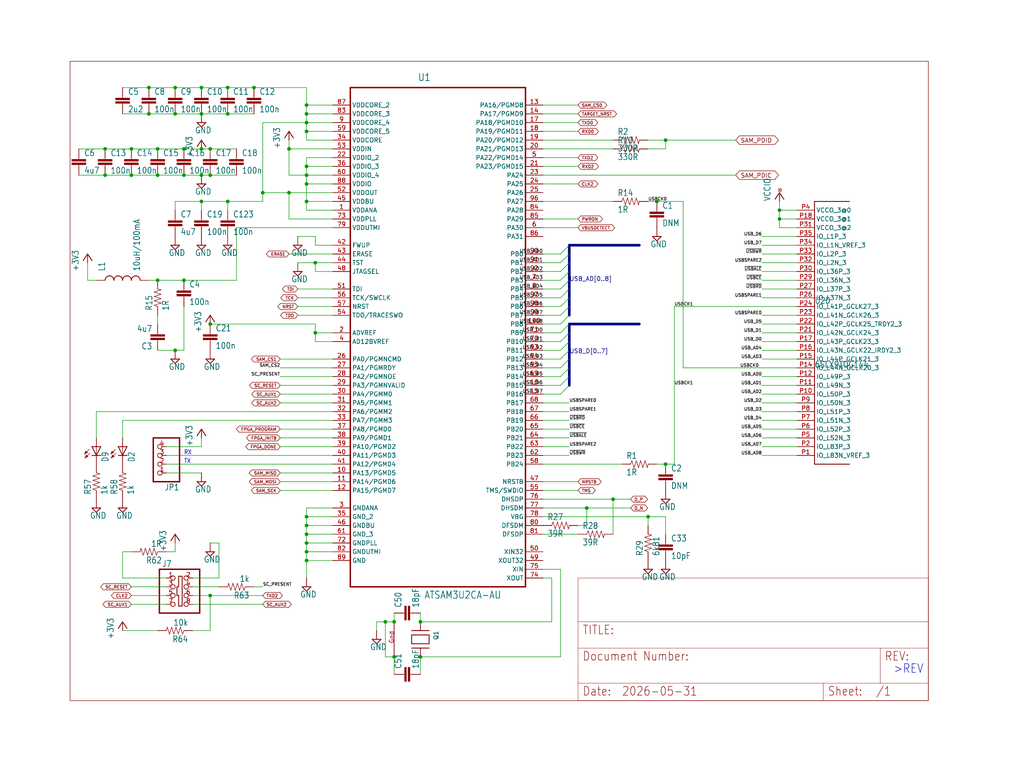
<source format=kicad_sch>
(kicad_sch (version 20230121) (generator eeschema)
  (paper "User" 297.002 223.571)
  (junction (at 45.72 81.28))
  (junction (at 66.04 33.02))
  (junction (at 121.92 190.5))
  (junction (at 88.9 162.56))
  (junction (at 114.3 190.5))
  (junction (at 88.9 35.56))
  (junction (at 187.96 149.86))
  (junction (at 66.04 25.4))
  (junction (at 193.04 134.62))
  (junction (at 111.76 180.34))
  (junction (at 58.42 33.02))
  (junction (at 45.72 50.8))
  (junction (at 60.96 172.72))
  (junction (at 43.18 33.02))
  (junction (at 76.2 55.88))
  (junction (at 170.18 147.32))
  (junction (at 73.66 25.4))
  (junction (at 88.9 157.48))
  (junction (at 190.5 58.42))
  (junction (at 88.9 152.4))
  (junction (at 60.96 93.98))
  (junction (at 60.96 50.8))
  (junction (at 50.8 101.6))
  (junction (at 226.06 60.96))
  (junction (at 121.92 180.34))
  (junction (at 50.8 33.02))
  (junction (at 30.48 50.8))
  (junction (at 193.04 40.64))
  (junction (at 30.48 43.18))
  (junction (at 88.9 30.48))
  (junction (at 88.9 149.86))
  (junction (at 53.34 43.18))
  (junction (at 88.9 53.34))
  (junction (at 60.96 43.18))
  (junction (at 58.42 58.42))
  (junction (at 58.42 25.4))
  (junction (at 88.9 50.8))
  (junction (at 88.9 160.02))
  (junction (at 58.42 43.18))
  (junction (at 38.1 43.18))
  (junction (at 38.1 50.8))
  (junction (at 88.9 58.42))
  (junction (at 91.44 76.2))
  (junction (at 45.72 43.18))
  (junction (at 88.9 154.94))
  (junction (at 53.34 50.8))
  (junction (at 66.04 58.42))
  (junction (at 226.06 63.5))
  (junction (at 50.8 25.4))
  (junction (at 88.9 48.26))
  (junction (at 83.82 55.88))
  (junction (at 83.82 43.18))
  (junction (at 88.9 33.02))
  (junction (at 114.3 180.34))
  (junction (at 177.8 144.78))
  (junction (at 58.42 50.8))
  (junction (at 91.44 96.52))
  (junction (at 43.18 25.4))
  (junction (at 88.9 38.1))
  (junction (at 53.34 81.28))
  (bus_entry (at 162.56 109.22) (size 2.54 -2.54))
  (bus_entry (at 162.56 88.9) (size 2.54 -2.54))
  (bus_entry (at 162.56 73.66) (size 2.54 -2.54))
  (bus_entry (at 162.56 78.74) (size 2.54 -2.54))
  (bus_entry (at 162.56 96.52) (size 2.54 -2.54))
  (bus_entry (at 162.56 81.28) (size 2.54 -2.54))
  (bus_entry (at 162.56 76.2) (size 2.54 -2.54))
  (bus_entry (at 162.56 93.98) (size 2.54 -2.54))
  (bus_entry (at 162.56 91.44) (size 2.54 -2.54))
  (bus_entry (at 162.56 99.06) (size 2.54 -2.54))
  (bus_entry (at 162.56 83.82) (size 2.54 -2.54))
  (bus_entry (at 162.56 111.76) (size 2.54 -2.54))
  (bus_entry (at 162.56 114.3) (size 2.54 -2.54))
  (bus_entry (at 162.56 104.14) (size 2.54 -2.54))
  (bus_entry (at 162.56 106.68) (size 2.54 -2.54))
  (bus_entry (at 162.56 101.6) (size 2.54 -2.54))
  (bus_entry (at 162.56 86.36) (size 2.54 -2.54))
  (wire (pts (xy 231.14 88.9) (xy 195.58 88.9)) (stroke (width 0.1524)))
  (wire (pts (xy 157.48 40.64) (xy 177.8 40.64)) (stroke (width 0.1524)))
  (wire (pts (xy 231.14 111.76) (xy 220.98 111.76)) (stroke (width 0.1524)))
  (wire (pts (xy 50.8 33.02) (xy 58.42 33.02)) (stroke (width 0.1524)))
  (wire (pts (xy 157.48 76.2) (xy 162.56 76.2)) (stroke (width 0.1524)))
  (wire (pts (xy 157.48 43.18) (xy 177.8 43.18)) (stroke (width 0.1524)))
  (wire (pts (xy 48.26 160.02) (xy 50.8 160.02)) (stroke (width 0.1524)))
  (wire (pts (xy 96.52 88.9) (xy 86.36 88.9)) (stroke (width 0.1524)))
  (wire (pts (xy 231.14 71.12) (xy 220.98 71.12)) (stroke (width 0.1524)))
  (wire (pts (xy 55.88 182.88) (xy 60.96 182.88)) (stroke (width 0.1524)))
  (wire (pts (xy 48.26 170.18) (xy 38.1 170.18)) (stroke (width 0.1524)))
  (wire (pts (xy 157.48 81.28) (xy 162.56 81.28)) (stroke (width 0.1524)))
  (wire (pts (xy 96.52 147.32) (xy 88.9 147.32)) (stroke (width 0.1524)))
  (wire (pts (xy 231.14 121.92) (xy 220.98 121.92)) (stroke (width 0.1524)))
  (wire (pts (xy 96.52 111.76) (xy 81.28 111.76)) (stroke (width 0.1524)))
  (wire (pts (xy 25.4 81.28) (xy 25.4 76.2)) (stroke (width 0.1524)))
  (wire (pts (xy 187.96 149.86) (xy 187.96 152.4)) (stroke (width 0.1524)))
  (wire (pts (xy 35.56 121.92) (xy 35.56 127)) (stroke (width 0.1524)))
  (wire (pts (xy 231.14 86.36) (xy 220.98 86.36)) (stroke (width 0.1524)))
  (wire (pts (xy 45.72 182.88) (xy 35.56 182.88)) (stroke (width 0.1524)))
  (wire (pts (xy 96.52 63.5) (xy 83.82 63.5)) (stroke (width 0.1524)))
  (wire (pts (xy 160.02 167.64) (xy 160.02 180.34)) (stroke (width 0.1524)))
  (wire (pts (xy 157.48 106.68) (xy 162.56 106.68)) (stroke (width 0.1524)))
  (wire (pts (xy 45.72 43.18) (xy 38.1 43.18)) (stroke (width 0.1524)))
  (wire (pts (xy 226.06 63.5) (xy 226.06 60.96)) (stroke (width 0.1524)))
  (wire (pts (xy 231.14 101.6) (xy 220.98 101.6)) (stroke (width 0.1524)))
  (wire (pts (xy 109.22 180.34) (xy 109.22 182.88)) (stroke (width 0.1524)))
  (wire (pts (xy 157.48 144.78) (xy 177.8 144.78)) (stroke (width 0.1524)))
  (wire (pts (xy 157.48 45.72) (xy 167.64 45.72)) (stroke (width 0.1524)))
  (wire (pts (xy 231.14 124.46) (xy 220.98 124.46)) (stroke (width 0.1524)))
  (wire (pts (xy 76.2 55.88) (xy 76.2 58.42)) (stroke (width 0.1524)))
  (wire (pts (xy 48.26 175.26) (xy 38.1 175.26)) (stroke (width 0.1524)))
  (bus (pts (xy 165.1 86.36) (xy 165.1 88.9)) (stroke (width 0.762)))
  (wire (pts (xy 157.48 127) (xy 165.1 127)) (stroke (width 0.1524)))
  (wire (pts (xy 96.52 142.24) (xy 81.28 142.24)) (stroke (width 0.1524)))
  (wire (pts (xy 96.52 104.14) (xy 81.28 104.14)) (stroke (width 0.1524)))
  (bus (pts (xy 165.1 101.6) (xy 165.1 104.14)) (stroke (width 0.762)))
  (wire (pts (xy 45.72 81.28) (xy 43.18 81.28)) (stroke (width 0.1524)))
  (wire (pts (xy 157.48 48.26) (xy 167.64 48.26)) (stroke (width 0.1524)))
  (wire (pts (xy 157.48 167.64) (xy 160.02 167.64)) (stroke (width 0.1524)))
  (wire (pts (xy 96.52 96.52) (xy 91.44 96.52)) (stroke (width 0.1524)))
  (wire (pts (xy 50.8 101.6) (xy 53.34 101.6)) (stroke (width 0.1524)))
  (wire (pts (xy 58.42 33.02) (xy 66.04 33.02)) (stroke (width 0.1524)))
  (wire (pts (xy 96.52 73.66) (xy 83.82 73.66)) (stroke (width 0.1524)))
  (wire (pts (xy 96.52 78.74) (xy 91.44 78.74)) (stroke (width 0.1524)))
  (wire (pts (xy 55.88 172.72) (xy 60.96 172.72)) (stroke (width 0.1524)))
  (wire (pts (xy 96.52 121.92) (xy 35.56 121.92)) (stroke (width 0.1524)))
  (wire (pts (xy 96.52 43.18) (xy 83.82 43.18)) (stroke (width 0.1524)))
  (wire (pts (xy 96.52 86.36) (xy 86.36 86.36)) (stroke (width 0.1524)))
  (wire (pts (xy 91.44 78.74) (xy 91.44 76.2)) (stroke (width 0.1524)))
  (wire (pts (xy 96.52 114.3) (xy 81.28 114.3)) (stroke (width 0.1524)))
  (wire (pts (xy 88.9 160.02) (xy 88.9 162.56)) (stroke (width 0.1524)))
  (wire (pts (xy 157.48 109.22) (xy 162.56 109.22)) (stroke (width 0.1524)))
  (wire (pts (xy 121.92 190.5) (xy 162.56 190.5)) (stroke (width 0.1524)))
  (wire (pts (xy 60.96 43.18) (xy 58.42 43.18)) (stroke (width 0.1524)))
  (wire (pts (xy 157.48 99.06) (xy 162.56 99.06)) (stroke (width 0.1524)))
  (wire (pts (xy 231.14 81.28) (xy 220.98 81.28)) (stroke (width 0.1524)))
  (wire (pts (xy 43.18 33.02) (xy 50.8 33.02)) (stroke (width 0.1524)))
  (wire (pts (xy 88.9 25.4) (xy 88.9 30.48)) (stroke (width 0.1524)))
  (wire (pts (xy 157.48 58.42) (xy 177.8 58.42)) (stroke (width 0.1524)))
  (bus (pts (xy 165.1 78.74) (xy 165.1 81.28)) (stroke (width 0.762)))
  (wire (pts (xy 66.04 33.02) (xy 73.66 33.02)) (stroke (width 0.1524)))
  (wire (pts (xy 38.1 160.02) (xy 35.56 160.02)) (stroke (width 0.1524)))
  (wire (pts (xy 157.48 119.38) (xy 165.1 119.38)) (stroke (width 0.1524)))
  (wire (pts (xy 170.18 147.32) (xy 182.88 147.32)) (stroke (width 0.1524)))
  (wire (pts (xy 91.44 96.52) (xy 91.44 99.06)) (stroke (width 0.1524)))
  (wire (pts (xy 193.04 43.18) (xy 187.96 43.18)) (stroke (width 0.1524)))
  (wire (pts (xy 88.9 30.48) (xy 88.9 33.02)) (stroke (width 0.1524)))
  (wire (pts (xy 231.14 96.52) (xy 220.98 96.52)) (stroke (width 0.1524)))
  (wire (pts (xy 50.8 25.4) (xy 58.42 25.4)) (stroke (width 0.1524)))
  (wire (pts (xy 157.48 149.86) (xy 187.96 149.86)) (stroke (width 0.1524)))
  (wire (pts (xy 157.48 50.8) (xy 213.36 50.8)) (stroke (width 0.1524)))
  (wire (pts (xy 88.9 48.26) (xy 88.9 50.8)) (stroke (width 0.1524)))
  (wire (pts (xy 63.5 167.64) (xy 63.5 157.48)) (stroke (width 0.1524)))
  (wire (pts (xy 157.48 101.6) (xy 162.56 101.6)) (stroke (width 0.1524)))
  (wire (pts (xy 83.82 50.8) (xy 83.82 43.18)) (stroke (width 0.1524)))
  (wire (pts (xy 30.48 43.18) (xy 22.86 43.18)) (stroke (width 0.1524)))
  (wire (pts (xy 88.9 147.32) (xy 88.9 149.86)) (stroke (width 0.1524)))
  (wire (pts (xy 114.3 195.58) (xy 114.3 190.5)) (stroke (width 0.1524)))
  (wire (pts (xy 91.44 93.98) (xy 91.44 96.52)) (stroke (width 0.1524)))
  (wire (pts (xy 96.52 66.04) (xy 68.58 66.04)) (stroke (width 0.1524)))
  (wire (pts (xy 177.8 154.94) (xy 177.8 144.78)) (stroke (width 0.1524)))
  (wire (pts (xy 83.82 63.5) (xy 83.82 55.88)) (stroke (width 0.1524)))
  (wire (pts (xy 88.9 33.02) (xy 88.9 35.56)) (stroke (width 0.1524)))
  (wire (pts (xy 231.14 129.54) (xy 220.98 129.54)) (stroke (width 0.1524)))
  (wire (pts (xy 231.14 66.04) (xy 226.06 66.04)) (stroke (width 0.1524)))
  (wire (pts (xy 60.96 172.72) (xy 76.2 172.72)) (stroke (width 0.1524)))
  (wire (pts (xy 66.04 60.96) (xy 66.04 58.42)) (stroke (width 0.1524)))
  (wire (pts (xy 96.52 154.94) (xy 88.9 154.94)) (stroke (width 0.1524)))
  (wire (pts (xy 53.34 81.28) (xy 45.72 81.28)) (stroke (width 0.1524)))
  (wire (pts (xy 195.58 88.9) (xy 195.58 134.62)) (stroke (width 0.1524)))
  (wire (pts (xy 231.14 76.2) (xy 220.98 76.2)) (stroke (width 0.1524)))
  (wire (pts (xy 66.04 25.4) (xy 73.66 25.4)) (stroke (width 0.1524)))
  (wire (pts (xy 96.52 152.4) (xy 88.9 152.4)) (stroke (width 0.1524)))
  (wire (pts (xy 157.48 53.34) (xy 167.64 53.34)) (stroke (width 0.1524)))
  (wire (pts (xy 88.9 149.86) (xy 88.9 152.4)) (stroke (width 0.1524)))
  (wire (pts (xy 231.14 78.74) (xy 220.98 78.74)) (stroke (width 0.1524)))
  (wire (pts (xy 27.94 119.38) (xy 27.94 127)) (stroke (width 0.1524)))
  (wire (pts (xy 88.9 45.72) (xy 88.9 48.26)) (stroke (width 0.1524)))
  (wire (pts (xy 157.48 91.44) (xy 162.56 91.44)) (stroke (width 0.1524)))
  (wire (pts (xy 193.04 149.86) (xy 193.04 154.94)) (stroke (width 0.1524)))
  (bus (pts (xy 165.1 99.06) (xy 165.1 101.6)) (stroke (width 0.762)))
  (wire (pts (xy 88.9 60.96) (xy 88.9 58.42)) (stroke (width 0.1524)))
  (wire (pts (xy 231.14 119.38) (xy 220.98 119.38)) (stroke (width 0.1524)))
  (wire (pts (xy 83.82 43.18) (xy 83.82 40.64)) (stroke (width 0.1524)))
  (wire (pts (xy 226.06 60.96) (xy 226.06 58.42)) (stroke (width 0.1524)))
  (wire (pts (xy 88.9 50.8) (xy 83.82 50.8)) (stroke (width 0.1524)))
  (wire (pts (xy 50.8 60.96) (xy 50.8 58.42)) (stroke (width 0.1524)))
  (wire (pts (xy 91.44 76.2) (xy 86.36 76.2)) (stroke (width 0.1524)))
  (wire (pts (xy 114.3 180.34) (xy 111.76 180.34)) (stroke (width 0.1524)))
  (wire (pts (xy 157.48 142.24) (xy 167.64 142.24)) (stroke (width 0.1524)))
  (wire (pts (xy 96.52 58.42) (xy 88.9 58.42)) (stroke (width 0.1524)))
  (bus (pts (xy 165.1 76.2) (xy 165.1 78.74)) (stroke (width 0.762)))
  (wire (pts (xy 157.48 104.14) (xy 162.56 104.14)) (stroke (width 0.1524)))
  (wire (pts (xy 96.52 137.16) (xy 81.28 137.16)) (stroke (width 0.1524)))
  (wire (pts (xy 83.82 55.88) (xy 76.2 55.88)) (stroke (width 0.1524)))
  (wire (pts (xy 45.72 93.98) (xy 45.72 91.44)) (stroke (width 0.1524)))
  (wire (pts (xy 45.72 101.6) (xy 50.8 101.6)) (stroke (width 0.1524)))
  (wire (pts (xy 91.44 71.12) (xy 91.44 68.58)) (stroke (width 0.1524)))
  (wire (pts (xy 157.48 38.1) (xy 167.64 38.1)) (stroke (width 0.1524)))
  (wire (pts (xy 35.56 160.02) (xy 35.56 167.64)) (stroke (width 0.1524)))
  (wire (pts (xy 231.14 114.3) (xy 220.98 114.3)) (stroke (width 0.1524)))
  (wire (pts (xy 88.9 50.8) (xy 96.52 50.8)) (stroke (width 0.1524)))
  (wire (pts (xy 76.2 58.42) (xy 66.04 58.42)) (stroke (width 0.1524)))
  (wire (pts (xy 231.14 63.5) (xy 226.06 63.5)) (stroke (width 0.1524)))
  (wire (pts (xy 48.26 129.54) (xy 58.42 129.54)) (stroke (width 0.1524)))
  (wire (pts (xy 157.48 35.56) (xy 167.64 35.56)) (stroke (width 0.1524)))
  (wire (pts (xy 96.52 60.96) (xy 88.9 60.96)) (stroke (width 0.1524)))
  (wire (pts (xy 96.52 45.72) (xy 88.9 45.72)) (stroke (width 0.1524)))
  (wire (pts (xy 121.92 195.58) (xy 121.92 190.5)) (stroke (width 0.1524)))
  (wire (pts (xy 48.26 137.16) (xy 58.42 137.16)) (stroke (width 0.1524)))
  (wire (pts (xy 38.1 43.18) (xy 30.48 43.18)) (stroke (width 0.1524)))
  (wire (pts (xy 157.48 93.98) (xy 162.56 93.98)) (stroke (width 0.1524)))
  (wire (pts (xy 76.2 35.56) (xy 88.9 35.56)) (stroke (width 0.1524)))
  (wire (pts (xy 96.52 109.22) (xy 81.28 109.22)) (stroke (width 0.1524)))
  (wire (pts (xy 157.48 88.9) (xy 162.56 88.9)) (stroke (width 0.1524)))
  (wire (pts (xy 53.34 43.18) (xy 45.72 43.18)) (stroke (width 0.1524)))
  (wire (pts (xy 68.58 81.28) (xy 53.34 81.28)) (stroke (width 0.1524)))
  (wire (pts (xy 96.52 33.02) (xy 88.9 33.02)) (stroke (width 0.1524)))
  (wire (pts (xy 53.34 50.8) (xy 45.72 50.8)) (stroke (width 0.1524)))
  (wire (pts (xy 231.14 73.66) (xy 220.98 73.66)) (stroke (width 0.1524)))
  (wire (pts (xy 68.58 50.8) (xy 60.96 50.8)) (stroke (width 0.1524)))
  (wire (pts (xy 88.9 40.64) (xy 96.52 40.64)) (stroke (width 0.1524)))
  (wire (pts (xy 45.72 50.8) (xy 38.1 50.8)) (stroke (width 0.1524)))
  (wire (pts (xy 88.9 35.56) (xy 88.9 38.1)) (stroke (width 0.1524)))
  (wire (pts (xy 58.42 25.4) (xy 66.04 25.4)) (stroke (width 0.1524)))
  (wire (pts (xy 157.48 111.76) (xy 162.56 111.76)) (stroke (width 0.1524)))
  (bus (pts (xy 165.1 106.68) (xy 165.1 109.22)) (stroke (width 0.762)))
  (wire (pts (xy 96.52 116.84) (xy 81.28 116.84)) (stroke (width 0.1524)))
  (wire (pts (xy 162.56 165.1) (xy 157.48 165.1)) (stroke (width 0.1524)))
  (wire (pts (xy 231.14 83.82) (xy 220.98 83.82)) (stroke (width 0.1524)))
  (wire (pts (xy 198.12 106.68) (xy 198.12 58.42)) (stroke (width 0.1524)))
  (wire (pts (xy 35.56 25.4) (xy 43.18 25.4)) (stroke (width 0.1524)))
  (wire (pts (xy 157.48 139.7) (xy 167.64 139.7)) (stroke (width 0.1524)))
  (wire (pts (xy 96.52 38.1) (xy 88.9 38.1)) (stroke (width 0.1524)))
  (wire (pts (xy 58.42 58.42) (xy 50.8 58.42)) (stroke (width 0.1524)))
  (wire (pts (xy 73.66 25.4) (xy 88.9 25.4)) (stroke (width 0.1524)))
  (wire (pts (xy 60.96 93.98) (xy 91.44 93.98)) (stroke (width 0.1524)))
  (wire (pts (xy 60.96 50.8) (xy 58.42 50.8)) (stroke (width 0.1524)))
  (wire (pts (xy 66.04 58.42) (xy 58.42 58.42)) (stroke (width 0.1524)))
  (wire (pts (xy 88.9 58.42) (xy 88.9 53.34)) (stroke (width 0.1524)))
  (wire (pts (xy 157.48 134.62) (xy 180.34 134.62)) (stroke (width 0.1524)))
  (bus (pts (xy 165.1 71.12) (xy 185.42 71.12)) (stroke (width 0.762)))
  (wire (pts (xy 91.44 68.58) (xy 86.36 68.58)) (stroke (width 0.1524)))
  (bus (pts (xy 165.1 93.98) (xy 165.1 96.52)) (stroke (width 0.762)))
  (bus (pts (xy 165.1 83.82) (xy 165.1 86.36)) (stroke (width 0.762)))
  (wire (pts (xy 96.52 132.08) (xy 48.26 132.08)) (stroke (width 0.1524)))
  (wire (pts (xy 55.88 170.18) (xy 63.5 170.18)) (stroke (width 0.1524)))
  (wire (pts (xy 96.52 48.26) (xy 88.9 48.26)) (stroke (width 0.1524)))
  (wire (pts (xy 88.9 154.94) (xy 88.9 157.48)) (stroke (width 0.1524)))
  (wire (pts (xy 157.48 83.82) (xy 162.56 83.82)) (stroke (width 0.1524)))
  (wire (pts (xy 157.48 33.02) (xy 167.64 33.02)) (stroke (width 0.1524)))
  (wire (pts (xy 231.14 60.96) (xy 226.06 60.96)) (stroke (width 0.1524)))
  (wire (pts (xy 96.52 162.56) (xy 88.9 162.56)) (stroke (width 0.1524)))
  (wire (pts (xy 231.14 68.58) (xy 220.98 68.58)) (stroke (width 0.1524)))
  (wire (pts (xy 96.52 160.02) (xy 88.9 160.02)) (stroke (width 0.1524)))
  (wire (pts (xy 121.92 177.8) (xy 121.92 180.34)) (stroke (width 0.1524)))
  (wire (pts (xy 60.96 182.88) (xy 60.96 172.72)) (stroke (width 0.1524)))
  (wire (pts (xy 190.5 134.62) (xy 193.04 134.62)) (stroke (width 0.1524)))
  (bus (pts (xy 165.1 88.9) (xy 165.1 91.44)) (stroke (width 0.762)))
  (wire (pts (xy 157.48 154.94) (xy 167.64 154.94)) (stroke (width 0.1524)))
  (wire (pts (xy 96.52 76.2) (xy 91.44 76.2)) (stroke (width 0.1524)))
  (wire (pts (xy 231.14 127) (xy 220.98 127)) (stroke (width 0.1524)))
  (wire (pts (xy 157.48 30.48) (xy 167.64 30.48)) (stroke (width 0.1524)))
  (wire (pts (xy 58.42 129.54) (xy 58.42 127)) (stroke (width 0.1524)))
  (wire (pts (xy 55.88 175.26) (xy 76.2 175.26)) (stroke (width 0.1524)))
  (wire (pts (xy 193.04 134.62) (xy 195.58 134.62)) (stroke (width 0.1524)))
  (wire (pts (xy 58.42 43.18) (xy 53.34 43.18)) (stroke (width 0.1524)))
  (bus (pts (xy 165.1 71.12) (xy 165.1 73.66)) (stroke (width 0.762)))
  (wire (pts (xy 114.3 177.8) (xy 114.3 180.34)) (stroke (width 0.1524)))
  (wire (pts (xy 111.76 190.5) (xy 111.76 180.34)) (stroke (width 0.1524)))
  (wire (pts (xy 68.58 43.18) (xy 60.96 43.18)) (stroke (width 0.1524)))
  (wire (pts (xy 187.96 58.42) (xy 190.5 58.42)) (stroke (width 0.1524)))
  (wire (pts (xy 157.48 63.5) (xy 167.64 63.5)) (stroke (width 0.1524)))
  (wire (pts (xy 111.76 180.34) (xy 109.22 180.34)) (stroke (width 0.1524)))
  (bus (pts (xy 165.1 96.52) (xy 165.1 99.06)) (stroke (width 0.762)))
  (wire (pts (xy 231.14 99.06) (xy 220.98 99.06)) (stroke (width 0.1524)))
  (wire (pts (xy 157.48 66.04) (xy 167.64 66.04)) (stroke (width 0.1524)))
  (wire (pts (xy 68.58 66.04) (xy 68.58 81.28)) (stroke (width 0.1524)))
  (wire (pts (xy 170.18 152.4) (xy 170.18 147.32)) (stroke (width 0.1524)))
  (wire (pts (xy 53.34 101.6) (xy 53.34 88.9)) (stroke (width 0.1524)))
  (wire (pts (xy 43.18 25.4) (xy 50.8 25.4)) (stroke (width 0.1524)))
  (wire (pts (xy 53.34 50.8) (xy 58.42 50.8)) (stroke (width 0.1524)))
  (wire (pts (xy 96.52 83.82) (xy 86.36 83.82)) (stroke (width 0.1524)))
  (wire (pts (xy 177.8 144.78) (xy 182.88 144.78)) (stroke (width 0.1524)))
  (wire (pts (xy 231.14 109.22) (xy 220.98 109.22)) (stroke (width 0.1524)))
  (wire (pts (xy 167.64 152.4) (xy 170.18 152.4)) (stroke (width 0.1524)))
  (bus (pts (xy 165.1 93.98) (xy 185.42 93.98)) (stroke (width 0.762)))
  (wire (pts (xy 96.52 30.48) (xy 88.9 30.48)) (stroke (width 0.1524)))
  (wire (pts (xy 96.52 157.48) (xy 88.9 157.48)) (stroke (width 0.1524)))
  (wire (pts (xy 157.48 129.54) (xy 165.1 129.54)) (stroke (width 0.1524)))
  (wire (pts (xy 114.3 190.5) (xy 111.76 190.5)) (stroke (width 0.1524)))
  (wire (pts (xy 157.48 73.66) (xy 162.56 73.66)) (stroke (width 0.1524)))
  (wire (pts (xy 96.52 119.38) (xy 27.94 119.38)) (stroke (width 0.1524)))
  (wire (pts (xy 96.52 35.56) (xy 88.9 35.56)) (stroke (width 0.1524)))
  (wire (pts (xy 96.52 129.54) (xy 81.28 129.54)) (stroke (width 0.1524)))
  (wire (pts (xy 96.52 134.62) (xy 48.26 134.62)) (stroke (width 0.1524)))
  (wire (pts (xy 231.14 116.84) (xy 220.98 116.84)) (stroke (width 0.1524)))
  (wire (pts (xy 91.44 99.06) (xy 96.52 99.06)) (stroke (width 0.1524)))
  (wire (pts (xy 157.48 114.3) (xy 162.56 114.3)) (stroke (width 0.1524)))
  (wire (pts (xy 157.48 121.92) (xy 165.1 121.92)) (stroke (width 0.1524)))
  (wire (pts (xy 231.14 104.14) (xy 220.98 104.14)) (stroke (width 0.1524)))
  (wire (pts (xy 157.48 86.36) (xy 162.56 86.36)) (stroke (width 0.1524)))
  (wire (pts (xy 96.52 106.68) (xy 81.28 106.68)) (stroke (width 0.1524)))
  (bus (pts (xy 165.1 109.22) (xy 165.1 111.76)) (stroke (width 0.762)))
  (wire (pts (xy 88.9 152.4) (xy 88.9 154.94)) (stroke (width 0.1524)))
  (wire (pts (xy 48.26 172.72) (xy 38.1 172.72)) (stroke (width 0.1524)))
  (wire (pts (xy 231.14 93.98) (xy 220.98 93.98)) (stroke (width 0.1524)))
  (wire (pts (xy 157.48 116.84) (xy 165.1 116.84)) (stroke (width 0.1524)))
  (wire (pts (xy 157.48 96.52) (xy 162.56 96.52)) (stroke (width 0.1524)))
  (wire (pts (xy 160.02 180.34) (xy 121.92 180.34)) (stroke (width 0.1524)))
  (wire (pts (xy 22.86 50.8) (xy 30.48 50.8)) (stroke (width 0.1524)))
  (wire (pts (xy 35.56 33.02) (xy 43.18 33.02)) (stroke (width 0.1524)))
  (wire (pts (xy 231.14 91.44) (xy 220.98 91.44)) (stroke (width 0.1524)))
  (wire (pts (xy 38.1 50.8) (xy 30.48 50.8)) (stroke (width 0.1524)))
  (wire (pts (xy 88.9 162.56) (xy 88.9 167.64)) (stroke (width 0.1524)))
  (bus (pts (xy 165.1 81.28) (xy 165.1 83.82)) (stroke (width 0.762)))
  (wire (pts (xy 96.52 139.7) (xy 81.28 139.7)) (stroke (width 0.1524)))
  (wire (pts (xy 231.14 132.08) (xy 220.98 132.08)) (stroke (width 0.1524)))
  (wire (pts (xy 226.06 66.04) (xy 226.06 63.5)) (stroke (width 0.1524)))
  (wire (pts (xy 96.52 149.86) (xy 88.9 149.86)) (stroke (width 0.1524)))
  (wire (pts (xy 157.48 124.46) (xy 165.1 124.46)) (stroke (width 0.1524)))
  (bus (pts (xy 165.1 73.66) (xy 165.1 76.2)) (stroke (width 0.762)))
  (wire (pts (xy 157.48 78.74) (xy 162.56 78.74)) (stroke (width 0.1524)))
  (bus (pts (xy 165.1 104.14) (xy 165.1 106.68)) (stroke (width 0.762)))
  (wire (pts (xy 193.04 40.64) (xy 213.36 40.64)) (stroke (width 0.1524)))
  (wire (pts (xy 58.42 60.96) (xy 58.42 58.42)) (stroke (width 0.1524)))
  (wire (pts (xy 187.96 40.64) (xy 193.04 40.64)) (stroke (width 0.1524)))
  (wire (pts (xy 96.52 53.34) (xy 88.9 53.34)) (stroke (width 0.1524)))
  (wire (pts (xy 187.96 149.86) (xy 193.04 149.86)) (stroke (width 0.1524)))
  (wire (pts (xy 193.04 40.64) (xy 193.04 43.18)) (stroke (width 0.1524)))
  (wire (pts (xy 73.66 170.18) (xy 76.2 170.18)) (stroke (width 0.1524)))
  (wire (pts (xy 88.9 38.1) (xy 88.9 40.64)) (stroke (width 0.1524)))
  (wire (pts (xy 76.2 55.88) (xy 76.2 35.56)) (stroke (width 0.1524)))
  (wire (pts (xy 88.9 53.34) (xy 88.9 50.8)) (stroke (width 0.1524)))
  (wire (pts (xy 96.52 71.12) (xy 91.44 71.12)) (stroke (width 0.1524)))
  (wire (pts (xy 190.5 58.42) (xy 198.12 58.42)) (stroke (width 0.1524)))
  (wire (pts (xy 96.52 91.44) (xy 86.36 91.44)) (stroke (width 0.1524)))
  (wire (pts (xy 157.48 147.32) (xy 170.18 147.32)) (stroke (width 0.1524)))
  (wire (pts (xy 27.94 81.28) (xy 25.4 81.28)) (stroke (width 0.1524)))
  (wire (pts (xy 63.5 157.48) (xy 60.96 157.48)) (stroke (width 0.1524)))
  (wire (pts (xy 231.14 106.68) (xy 198.12 106.68)) (stroke (width 0.1524)))
  (wire (pts (xy 88.9 157.48) (xy 88.9 160.02)) (stroke (width 0.1524)))
  (wire (pts (xy 96.52 127) (xy 81.28 127)) (stroke (width 0.1524)))
  (wire (pts (xy 50.8 160.02) (xy 50.8 157.48)) (stroke (width 0.1524)))
  (wire (pts (xy 157.48 132.08) (xy 165.1 132.08)) (stroke (width 0.1524)))
  (wire (pts (xy 96.52 55.88) (xy 83.82 55.88)) (stroke (width 0.1524)))
  (wire (pts (xy 55.88 167.64) (xy 63.5 167.64)) (stroke (width 0.1524)))
  (wire (pts (xy 96.52 124.46) (xy 81.28 124.46)) (stroke (width 0.1524)))
  (wire (pts (xy 48.26 167.64) (xy 35.56 167.64)) (stroke (width 0.1524)))
  (wire (pts (xy 162.56 190.5) (xy 162.56 165.1)) (stroke (width 0.1524)))
  (text "RX" (at 53.34 132.08 0) (effects (font (size 1.27 1.0795)) (justify left bottom)))
  (text ">REV" (at 259.08 195.58 0) (effects (font (size 2.54 2.159)) (justify left bottom)))
  (text "TX" (at 53.34 134.62 0) (effects (font (size 1.27 1.0795)) (justify left bottom)))
  (label "~{USBALE}" (at 165.1 127 0) (effects (font (size 0.889 0.889))))
  (label "SC_PRESENT" (at 81.28 109.22 180) (effects (font (size 0.889 0.889))))
  (label "USB_AD0" (at 220.98 109.22 180) (effects (font (size 0.889 0.889))))
  (label "USB_AD8" (at 157.48 93.98 180) (effects (font (size 1.016 1.016))))
  (label "USB_AD[0..8]" (at 165.1 81.915 0) (effects (font (size 1.2446 1.2446))))
  (label "USB_D3" (at 220.98 119.38 180) (effects (font (size 0.889 0.889))))
  (label "USB_AD0" (at 157.48 73.66 180) (effects (font (size 1.016 1.016))))
  (label "USB_AD6" (at 220.98 127 180) (effects (font (size 0.889 0.889))))
  (label "USB_D3" (at 157.48 104.14 180) (effects (font (size 1.016 1.016))))
  (label "USB_D0" (at 157.48 96.52 180) (effects (font (size 1.016 1.016))))
  (label "USBSPARE0" (at 220.98 91.44 180) (effects (font (size 0.889 0.889))))
  (label "USB_D7" (at 157.48 114.3 180) (effects (font (size 1.016 1.016))))
  (label "USBSPARE1" (at 165.1 119.38 0) (effects (font (size 0.889 0.889))))
  (label "~{USBWR}" (at 220.98 73.66 180) (effects (font (size 0.889 0.889))))
  (label "USB_AD1" (at 220.98 111.76 180) (effects (font (size 0.889 0.889))))
  (label "USB_AD5" (at 157.48 86.36 180) (effects (font (size 1.016 1.016))))
  (label "USB_AD7" (at 157.48 91.44 180) (effects (font (size 1.016 1.016))))
  (label "USB_AD2" (at 157.48 78.74 180) (effects (font (size 1.016 1.016))))
  (label "USB_D6" (at 157.48 111.76 180) (effects (font (size 1.016 1.016))))
  (label "USB_D5" (at 220.98 93.98 180) (effects (font (size 0.889 0.889))))
  (label "USB_D4" (at 220.98 121.92 180) (effects (font (size 0.889 0.889))))
  (label "USB_D6" (at 220.98 68.58 180) (effects (font (size 0.889 0.889))))
  (label "SC_PRESENT" (at 76.2 170.18 0) (effects (font (size 0.889 0.889))))
  (label "USBSPARE1" (at 220.98 86.36 180) (effects (font (size 0.889 0.889))))
  (label "USBCK1" (at 195.58 111.76 0) (effects (font (size 0.889 0.889))))
  (label "USB_D[0..7]" (at 165.1 102.87 0) (effects (font (size 1.2446 1.2446))))
  (label "USB_D1" (at 220.98 96.52 180) (effects (font (size 0.889 0.889))))
  (label "USBCK0" (at 187.96 58.42 0) (effects (font (size 0.889 0.889))))
  (label "USB_AD4" (at 157.48 83.82 180) (effects (font (size 1.016 1.016))))
  (label "USB_AD7" (at 220.98 129.54 180) (effects (font (size 0.889 0.889))))
  (label "USB_D7" (at 220.98 71.12 180) (effects (font (size 0.889 0.889))))
  (label "USB_D5" (at 157.48 109.22 180) (effects (font (size 1.016 1.016))))
  (label "USB_AD8" (at 220.98 132.08 180) (effects (font (size 0.889 0.889))))
  (label "USB_AD6" (at 157.48 88.9 180) (effects (font (size 1.016 1.016))))
  (label "SAM_CS2" (at 81.28 106.68 180) (effects (font (size 0.889 0.889))))
  (label "USBCK0" (at 214.63 106.68 0) (effects (font (size 0.889 0.889))))
  (label "USB_AD4" (at 220.98 101.6 180) (effects (font (size 0.889 0.889))))
  (label "USBSPARE2" (at 220.98 76.2 180) (effects (font (size 0.889 0.889))))
  (label "~{USBWR}" (at 165.1 132.08 0) (effects (font (size 0.889 0.889))))
  (label "USB_D1" (at 157.48 99.06 180) (effects (font (size 1.016 1.016))))
  (label "USBCK1" (at 195.58 88.9 0) (effects (font (size 0.889 0.889))))
  (label "USB_AD1" (at 157.48 76.2 180) (effects (font (size 1.016 1.016))))
  (label "USB_AD2" (at 220.98 114.3 180) (effects (font (size 0.889 0.889))))
  (label "~{USBCE}" (at 220.98 81.28 180) (effects (font (size 0.889 0.889))))
  (label "USBSPARE0" (at 165.1 116.84 0) (effects (font (size 0.889 0.889))))
  (label "USBSPARE2" (at 165.1 129.54 0) (effects (font (size 0.889 0.889))))
  (label "USB_AD3" (at 157.48 81.28 180) (effects (font (size 1.016 1.016))))
  (label "USB_D2" (at 220.98 116.84 180) (effects (font (size 0.889 0.889))))
  (label "USB_D0" (at 220.98 99.06 180) (effects (font (size 0.889 0.889))))
  (label "USB_AD5" (at 220.98 124.46 180) (effects (font (size 0.889 0.889))))
  (label "~{USBCE}" (at 165.1 124.46 0) (effects (font (size 0.889 0.889))))
  (label "USB_D2" (at 157.48 101.6 180) (effects (font (size 1.016 1.016))))
  (label "USB_AD3" (at 220.98 104.14 180) (effects (font (size 0.889 0.889))))
  (label "~{USBALE}" (at 220.98 78.74 180) (effects (font (size 0.889 0.889))))
  (label "~{USBRD}" (at 165.1 121.92 0) (effects (font (size 0.889 0.889))))
  (label "USB_D4" (at 157.48 106.68 180) (effects (font (size 1.016 1.016))))
  (label "~{USBRD}" (at 220.98 83.82 180) (effects (font (size 0.889 0.889))))
  (global_label "TCK" (shape bidirectional) (at 86.36 86.36 180) (effects (font (size 0.889 0.889))) (property "Intersheetrefs" "${INTERSHEET_REFS}" (effects hide)))
  (global_label "SAM_CS0" (shape bidirectional) (at 167.64 30.48 0) (effects (font (size 0.889 0.889))) (property "Intersheetrefs" "${INTERSHEET_REFS}" (effects hide)))
  (global_label "SC_AUX2" (shape bidirectional) (at 76.2 175.26 0) (effects (font (size 0.889 0.889))) (property "Intersheetrefs" "${INTERSHEET_REFS}" (effects hide)))
  (global_label "SC_RESET" (shape bidirectional) (at 81.28 111.76 180) (effects (font (size 0.889 0.889))) (property "Intersheetrefs" "${INTERSHEET_REFS}" (effects hide)))
  (global_label "TARGET_NRST" (shape bidirectional) (at 167.64 33.02 0) (effects (font (size 0.889 0.889))) (property "Intersheetrefs" "${INTERSHEET_REFS}" (effects hide)))
  (global_label "SC_AUX1" (shape bidirectional) (at 81.28 114.3 180) (effects (font (size 0.889 0.889))) (property "Intersheetrefs" "${INTERSHEET_REFS}" (effects hide)))
  (global_label "SAM_MISO" (shape bidirectional) (at 81.28 137.16 180) (effects (font (size 0.889 0.889))) (property "Intersheetrefs" "${INTERSHEET_REFS}" (effects hide)))
  (global_label "SC_AUX1" (shape bidirectional) (at 38.1 175.26 180) (effects (font (size 0.889 0.889))) (property "Intersheetrefs" "${INTERSHEET_REFS}" (effects hide)))
  (global_label "D_N" (shape bidirectional) (at 182.88 147.32 0) (effects (font (size 0.889 0.889))) (property "Intersheetrefs" "${INTERSHEET_REFS}" (effects hide)))
  (global_label "SAM_PDIC" (shape bidirectional) (at 213.36 50.8 0) (effects (font (size 1.2446 1.2446))) (property "Intersheetrefs" "${INTERSHEET_REFS}" (effects hide)))
  (global_label "ERASE" (shape bidirectional) (at 83.82 73.66 180) (effects (font (size 0.889 0.889))) (property "Intersheetrefs" "${INTERSHEET_REFS}" (effects hide)))
  (global_label "SC_AUX2" (shape bidirectional) (at 81.28 116.84 180) (effects (font (size 0.889 0.889))) (property "Intersheetrefs" "${INTERSHEET_REFS}" (effects hide)))
  (global_label "TMS" (shape bidirectional) (at 167.64 142.24 0) (effects (font (size 0.889 0.889))) (property "Intersheetrefs" "${INTERSHEET_REFS}" (effects hide)))
  (global_label "TXD2" (shape bidirectional) (at 167.64 45.72 0) (effects (font (size 0.889 0.889))) (property "Intersheetrefs" "${INTERSHEET_REFS}" (effects hide)))
  (global_label "SAM_CS1" (shape bidirectional) (at 81.28 104.14 180) (effects (font (size 0.889 0.889))) (property "Intersheetrefs" "${INTERSHEET_REFS}" (effects hide)))
  (global_label "SC_RESET" (shape bidirectional) (at 38.1 170.18 180) (effects (font (size 0.889 0.889))) (property "Intersheetrefs" "${INTERSHEET_REFS}" (effects hide)))
  (global_label "CLK2" (shape bidirectional) (at 38.1 172.72 180) (effects (font (size 0.889 0.889))) (property "Intersheetrefs" "${INTERSHEET_REFS}" (effects hide)))
  (global_label "VBUSDETECT" (shape bidirectional) (at 167.64 66.04 0) (effects (font (size 0.889 0.889))) (property "Intersheetrefs" "${INTERSHEET_REFS}" (effects hide)))
  (global_label "PWRON" (shape bidirectional) (at 167.64 63.5 0) (effects (font (size 0.889 0.889))) (property "Intersheetrefs" "${INTERSHEET_REFS}" (effects hide)))
  (global_label "NRST" (shape bidirectional) (at 86.36 88.9 180) (effects (font (size 0.889 0.889))) (property "Intersheetrefs" "${INTERSHEET_REFS}" (effects hide)))
  (global_label "FPGA_PROGRAM" (shape bidirectional) (at 81.28 124.46 180) (effects (font (size 0.889 0.889))) (property "Intersheetrefs" "${INTERSHEET_REFS}" (effects hide)))
  (global_label "CLK2" (shape bidirectional) (at 167.64 53.34 0) (effects (font (size 0.889 0.889))) (property "Intersheetrefs" "${INTERSHEET_REFS}" (effects hide)))
  (global_label "RXD2" (shape bidirectional) (at 167.64 48.26 0) (effects (font (size 0.889 0.889))) (property "Intersheetrefs" "${INTERSHEET_REFS}" (effects hide)))
  (global_label "SAM_SCK" (shape bidirectional) (at 81.28 142.24 180) (effects (font (size 0.889 0.889))) (property "Intersheetrefs" "${INTERSHEET_REFS}" (effects hide)))
  (global_label "TDI" (shape bidirectional) (at 86.36 83.82 180) (effects (font (size 0.889 0.889))) (property "Intersheetrefs" "${INTERSHEET_REFS}" (effects hide)))
  (global_label "TXD2" (shape bidirectional) (at 76.2 172.72 0) (effects (font (size 0.889 0.889))) (property "Intersheetrefs" "${INTERSHEET_REFS}" (effects hide)))
  (global_label "TXD0" (shape bidirectional) (at 167.64 35.56 0) (effects (font (size 0.889 0.889))) (property "Intersheetrefs" "${INTERSHEET_REFS}" (effects hide)))
  (global_label "NRSTB" (shape bidirectional) (at 167.64 139.7 0) (effects (font (size 0.889 0.889))) (property "Intersheetrefs" "${INTERSHEET_REFS}" (effects hide)))
  (global_label "RXD0" (shape bidirectional) (at 167.64 38.1 0) (effects (font (size 0.889 0.889))) (property "Intersheetrefs" "${INTERSHEET_REFS}" (effects hide)))
  (global_label "SAM_PDID" (shape bidirectional) (at 213.36 40.64 0) (effects (font (size 1.2446 1.2446))) (property "Intersheetrefs" "${INTERSHEET_REFS}" (effects hide)))
  (global_label "FPGA_DONE" (shape bidirectional) (at 81.28 129.54 180) (effects (font (size 0.889 0.889))) (property "Intersheetrefs" "${INTERSHEET_REFS}" (effects hide)))
  (global_label "SAM_MOSI" (shape bidirectional) (at 81.28 139.7 180) (effects (font (size 0.889 0.889))) (property "Intersheetrefs" "${INTERSHEET_REFS}" (effects hide)))
  (global_label "FPGA_INITB" (shape bidirectional) (at 81.28 127 180) (effects (font (size 0.889 0.889))) (property "Intersheetrefs" "${INTERSHEET_REFS}" (effects hide)))
  (global_label "TDO" (shape bidirectional) (at 86.36 91.44 180) (effects (font (size 0.889 0.889))) (property "Intersheetrefs" "${INTERSHEET_REFS}" (effects hide)))
  (global_label "D_P" (shape bidirectional) (at 182.88 144.78 0) (effects (font (size 0.889 0.889))) (property "Intersheetrefs" "${INTERSHEET_REFS}" (effects hide)))
  (symbol (lib_id "cw-lite-main-eagle-import:LETTER_L") (at 20.32 203.2 0) (unit 1)
    (property "Reference" "#FRAME1" (effects hide))
    (property "Value" "LETTER_L" (effects hide))
  )
  (symbol (lib_id "cw-lite-main-eagle-import:GND") (at 50.8 104.14 0) (unit 1)
    (property "Reference" "#SUPPLY12" (effects hide))
    (property "Value" "GND" (at 48.895 107.315 0) (effects (font (size 1.778 1.5113)) (justify left bottom)))
  )
  (symbol (lib_id "cw-lite-main-eagle-import:CAP0402-CAP") (at 66.04 66.04 0) (unit 1)
    (property "Reference" "C123" (at 67.564 63.119 0) (effects (font (size 1.778 1.5113)) (justify left bottom)))
    (property "Value" "100n" (at 67.564 68.199 0) (effects (font (size 1.778 1.5113)) (justify left bottom)))
    (property "Footprint" "cw-lite-main:0402C" (effects hide))
  )
  (symbol (lib_id "cw-lite-main-eagle-import:GND") (at 60.96 160.02 0) (unit 1)
    (property "Reference" "#SUPPLY101" (effects hide))
    (property "Value" "GND" (at 59.055 163.195 0) (effects (font (size 1.778 1.5113)) (justify left bottom)))
  )
  (symbol (lib_id "cw-lite-main-eagle-import:+3V3") (at 50.8 154.94 0) (unit 1)
    (property "Reference" "#+3V4" (effects hide))
    (property "Value" "+3V3" (at 48.26 160.02 90) (effects (font (size 1.778 1.5113)) (justify left bottom)))
  )
  (symbol (lib_id "cw-lite-main-eagle-import:6SLX9TQG144") (at 236.22 96.52 0) (mirror y) (unit 4)
    (property "Reference" "U2" (at 236.22 88.138 0) (effects (font (size 1.778 1.5113)) (justify right bottom)))
    (property "Value" "6SLX9TQG144" (at 236.22 106.68 0) (effects (font (size 1.778 1.5113)) (justify right bottom)))
    (property "Footprint" "cw-lite-main:TQ144" (effects hide))
    (property "MPN" "XC6SLX9-3TQG144C" (effects hide))
    (property "OC_DIGIKEY" "122-1748-ND" (effects hide))
  )
  (symbol (lib_id "cw-lite-main-eagle-import:CAP0402-CAP") (at 58.42 66.04 0) (unit 1)
    (property "Reference" "C19" (at 59.944 63.119 0) (effects (font (size 1.778 1.5113)) (justify left bottom)))
    (property "Value" "100n" (at 59.944 68.199 0) (effects (font (size 1.778 1.5113)) (justify left bottom)))
    (property "Footprint" "cw-lite-main:0402C" (effects hide))
  )
  (symbol (lib_id "cw-lite-main-eagle-import:GND") (at 66.04 71.12 0) (unit 1)
    (property "Reference" "#SUPPLY137" (effects hide))
    (property "Value" "GND" (at 64.135 74.295 0) (effects (font (size 1.778 1.5113)) (justify left bottom)))
  )
  (symbol (lib_id "cw-lite-main-eagle-import:CAP0603-CAP") (at 22.86 48.26 0) (unit 1)
    (property "Reference" "C6" (at 24.384 45.339 0) (effects (font (size 1.778 1.5113)) (justify left bottom)))
    (property "Value" "4u7" (at 24.384 50.419 0) (effects (font (size 1.778 1.5113)) (justify left bottom)))
    (property "Footprint" "cw-lite-main:0603C" (effects hide))
    (property "OC_DIGIKEY" "90-3297-1-ND" (effects hide))
  )
  (symbol (lib_id "cw-lite-main-eagle-import:RES0603-RES") (at 35.56 139.7 90) (unit 1)
    (property "Reference" "R58" (at 34.0614 143.51 0) (effects (font (size 1.778 1.5113)) (justify left bottom)))
    (property "Value" "1k" (at 38.862 143.51 0) (effects (font (size 1.778 1.5113)) (justify left bottom)))
    (property "Footprint" "cw-lite-main:0603R" (effects hide))
  )
  (symbol (lib_id "cw-lite-main-eagle-import:CAP0402-CAP") (at 68.58 48.26 0) (unit 1)
    (property "Reference" "C18" (at 70.104 45.339 0) (effects (font (size 1.778 1.5113)) (justify left bottom)))
    (property "Value" "100n" (at 70.104 50.419 0) (effects (font (size 1.778 1.5113)) (justify left bottom)))
    (property "Footprint" "cw-lite-main:0402C" (effects hide))
  )
  (symbol (lib_id "cw-lite-main-eagle-import:CAP0603-CAP") (at 193.04 160.02 0) (unit 1)
    (property "Reference" "C33" (at 194.564 157.099 0) (effects (font (size 1.778 1.5113)) (justify left bottom)))
    (property "Value" "10pF" (at 194.564 162.179 0) (effects (font (size 1.778 1.5113)) (justify left bottom)))
    (property "Footprint" "cw-lite-main:0603C" (effects hide))
  )
  (symbol (lib_id "cw-lite-main-eagle-import:GND") (at 60.96 104.14 0) (unit 1)
    (property "Reference" "#SUPPLY17" (effects hide))
    (property "Value" "GND" (at 59.055 107.315 0) (effects (font (size 1.778 1.5113)) (justify left bottom)))
  )
  (symbol (lib_id "cw-lite-main-eagle-import:RES0402-RES") (at 182.88 40.64 0) (unit 1)
    (property "Reference" "R2" (at 179.07 39.1414 0) (effects (font (size 1.778 1.5113)) (justify left bottom)))
    (property "Value" "330R" (at 179.07 43.942 0) (effects (font (size 1.778 1.5113)) (justify left bottom)))
    (property "Footprint" "cw-lite-main:0402R" (effects hide))
  )
  (symbol (lib_id "cw-lite-main-eagle-import:CAP0402-CAP") (at 53.34 48.26 0) (unit 1)
    (property "Reference" "C16" (at 54.864 45.339 0) (effects (font (size 1.778 1.5113)) (justify left bottom)))
    (property "Value" "100n" (at 54.864 50.419 0) (effects (font (size 1.778 1.5113)) (justify left bottom)))
    (property "Footprint" "cw-lite-main:0402C" (effects hide))
  )
  (symbol (lib_id "cw-lite-main-eagle-import:CAP0603-CAP") (at 50.8 66.04 0) (unit 1)
    (property "Reference" "C7" (at 52.324 63.119 0) (effects (font (size 1.778 1.5113)) (justify left bottom)))
    (property "Value" "4u7" (at 52.324 68.199 0) (effects (font (size 1.778 1.5113)) (justify left bottom)))
    (property "Footprint" "cw-lite-main:0603C" (effects hide))
    (property "OC_DIGIKEY" "90-3297-1-ND" (effects hide))
  )
  (symbol (lib_id "cw-lite-main-eagle-import:GND") (at 58.42 71.12 0) (unit 1)
    (property "Reference" "#SUPPLY14" (effects hide))
    (property "Value" "GND" (at 56.515 74.295 0) (effects (font (size 1.778 1.5113)) (justify left bottom)))
  )
  (symbol (lib_id "cw-lite-main-eagle-import:SHROUD_2X4EDGE") (at 48.26 172.72 0) (unit 1)
    (property "Reference" "J7" (at 46.99 164.465 0) (effects (font (size 1.778 1.5113)) (justify left bottom)))
    (property "Value" "SHROUD_2X4EDGE" (effects hide))
    (property "Footprint" "cw-lite-main:PINSHRD_EDGE_2X04.PAC" (effects hide))
  )
  (symbol (lib_id "cw-lite-main-eagle-import:RES0402-RES") (at 182.88 43.18 0) (unit 1)
    (property "Reference" "R10" (at 179.07 41.6814 0) (effects (font (size 1.778 1.5113)) (justify left bottom)))
    (property "Value" "330R" (at 179.07 46.482 0) (effects (font (size 1.778 1.5113)) (justify left bottom)))
    (property "Footprint" "cw-lite-main:0402R" (effects hide))
  )
  (symbol (lib_id "cw-lite-main-eagle-import:RES0402-RES") (at 182.88 58.42 0) (unit 1)
    (property "Reference" "R14" (at 179.07 56.9214 0) (effects (font (size 1.778 1.5113)) (justify left bottom)))
    (property "Value" "1R" (at 179.07 61.722 0) (effects (font (size 1.778 1.5113)) (justify left bottom)))
    (property "Footprint" "cw-lite-main:0402R" (effects hide))
  )
  (symbol (lib_id "cw-lite-main-eagle-import:GND") (at 187.96 165.1 0) (unit 1)
    (property "Reference" "#SUPPLY31" (effects hide))
    (property "Value" "GND" (at 186.055 168.275 0) (effects (font (size 1.778 1.5113)) (justify left bottom)))
  )
  (symbol (lib_id "cw-lite-main-eagle-import:RES0603-RES") (at 172.72 154.94 0) (unit 1)
    (property "Reference" "R28" (at 168.91 153.4414 0) (effects (font (size 1.778 1.5113)) (justify left bottom)))
    (property "Value" "39R" (at 168.91 158.242 0) (effects (font (size 1.778 1.5113)) (justify left bottom)))
    (property "Footprint" "cw-lite-main:0603R" (effects hide))
  )
  (symbol (lib_id "cw-lite-main-eagle-import:+3V3") (at 83.82 38.1 0) (unit 1)
    (property "Reference" "#+3V11" (effects hide))
    (property "Value" "+3V3" (at 81.28 43.18 90) (effects (font (size 1.778 1.5113)) (justify left bottom)))
  )
  (symbol (lib_id "cw-lite-main-eagle-import:RES0603-RES") (at 162.56 152.4 0) (unit 1)
    (property "Reference" "R27" (at 158.75 150.9014 0) (effects (font (size 1.778 1.5113)) (justify left bottom)))
    (property "Value" "39R" (at 158.75 155.702 0) (effects (font (size 1.778 1.5113)) (justify left bottom)))
    (property "Footprint" "cw-lite-main:0603R" (effects hide))
  )
  (symbol (lib_id "cw-lite-main-eagle-import:+3V3") (at 58.42 40.64 0) (unit 1)
    (property "Reference" "#+3V1" (effects hide))
    (property "Value" "+3V3" (at 55.88 45.72 90) (effects (font (size 1.778 1.5113)) (justify left bottom)))
  )
  (symbol (lib_id "cw-lite-main-eagle-import:GND") (at 58.42 53.34 0) (unit 1)
    (property "Reference" "#SUPPLY16" (effects hide))
    (property "Value" "GND" (at 56.515 56.515 0) (effects (font (size 1.778 1.5113)) (justify left bottom)))
  )
  (symbol (lib_id "cw-lite-main-eagle-import:CAP0402-CAP") (at 43.18 30.48 0) (unit 1)
    (property "Reference" "C8" (at 44.704 27.559 0) (effects (font (size 1.778 1.5113)) (justify left bottom)))
    (property "Value" "100n" (at 44.704 32.639 0) (effects (font (size 1.778 1.5113)) (justify left bottom)))
    (property "Footprint" "cw-lite-main:0402C" (effects hide))
  )
  (symbol (lib_id "cw-lite-main-eagle-import:GND") (at 27.94 147.32 0) (unit 1)
    (property "Reference" "#SUPPLY99" (effects hide))
    (property "Value" "GND" (at 26.035 150.495 0) (effects (font (size 1.778 1.5113)) (justify left bottom)))
  )
  (symbol (lib_id "cw-lite-main-eagle-import:GND") (at 193.04 144.78 0) (unit 1)
    (property "Reference" "#SUPPLY1" (effects hide))
    (property "Value" "GND" (at 191.135 147.955 0) (effects (font (size 1.778 1.5113)) (justify left bottom)))
  )
  (symbol (lib_id "cw-lite-main-eagle-import:CAP0402-CAP") (at 50.8 30.48 0) (unit 1)
    (property "Reference" "C9" (at 52.324 27.559 0) (effects (font (size 1.778 1.5113)) (justify left bottom)))
    (property "Value" "100n" (at 52.324 32.639 0) (effects (font (size 1.778 1.5113)) (justify left bottom)))
    (property "Footprint" "cw-lite-main:0402C" (effects hide))
  )
  (symbol (lib_id "cw-lite-main-eagle-import:GND") (at 86.36 78.74 0) (unit 1)
    (property "Reference" "#SUPPLY10" (effects hide))
    (property "Value" "GND" (at 84.455 81.915 0) (effects (font (size 1.778 1.5113)) (justify left bottom)))
  )
  (symbol (lib_id "cw-lite-main-eagle-import:CAP0402-CAP") (at 30.48 48.26 0) (unit 1)
    (property "Reference" "C13" (at 32.004 45.339 0) (effects (font (size 1.778 1.5113)) (justify left bottom)))
    (property "Value" "100n" (at 32.004 50.419 0) (effects (font (size 1.778 1.5113)) (justify left bottom)))
    (property "Footprint" "cw-lite-main:0402C" (effects hide))
  )
  (symbol (lib_id "cw-lite-main-eagle-import:+3V3") (at 58.42 124.46 0) (unit 1)
    (property "Reference" "#+3V3" (effects hide))
    (property "Value" "+3V3" (at 55.88 129.54 90) (effects (font (size 1.778 1.5113)) (justify left bottom)))
  )
  (symbol (lib_id "cw-lite-main-eagle-import:RES0603-RES") (at 27.94 139.7 90) (unit 1)
    (property "Reference" "R57" (at 26.4414 143.51 0) (effects (font (size 1.778 1.5113)) (justify left bottom)))
    (property "Value" "1k" (at 31.242 143.51 0) (effects (font (size 1.778 1.5113)) (justify left bottom)))
    (property "Footprint" "cw-lite-main:0603R" (effects hide))
  )
  (symbol (lib_id "cw-lite-main-eagle-import:CAP0402-CAP") (at 60.96 48.26 0) (unit 1)
    (property "Reference" "C17" (at 62.484 45.339 0) (effects (font (size 1.778 1.5113)) (justify left bottom)))
    (property "Value" "100n" (at 62.484 50.419 0) (effects (font (size 1.778 1.5113)) (justify left bottom)))
    (property "Footprint" "cw-lite-main:0402C" (effects hide))
  )
  (symbol (lib_id "cw-lite-main-eagle-import:GND") (at 190.5 68.58 0) (unit 1)
    (property "Reference" "#SUPPLY2" (effects hide))
    (property "Value" "GND" (at 188.595 71.755 0) (effects (font (size 1.778 1.5113)) (justify left bottom)))
  )
  (symbol (lib_id "cw-lite-main-eagle-import:RES0402-RES") (at 185.42 134.62 0) (unit 1)
    (property "Reference" "R1" (at 181.61 133.1214 0) (effects (font (size 1.778 1.5113)) (justify left bottom)))
    (property "Value" "1R" (at 181.61 137.922 0) (effects (font (size 1.778 1.5113)) (justify left bottom)))
    (property "Footprint" "cw-lite-main:0402R" (effects hide))
  )
  (symbol (lib_id "cw-lite-main-eagle-import:CAP0402-CAP") (at 66.04 30.48 0) (unit 1)
    (property "Reference" "C11" (at 67.564 27.559 0) (effects (font (size 1.778 1.5113)) (justify left bottom)))
    (property "Value" "100n" (at 67.564 32.639 0) (effects (font (size 1.778 1.5113)) (justify left bottom)))
    (property "Footprint" "cw-lite-main:0402C" (effects hide))
  )
  (symbol (lib_id "cw-lite-main-eagle-import:+3V3") (at 35.56 180.34 0) (unit 1)
    (property "Reference" "#+3V5" (effects hide))
    (property "Value" "+3V3" (at 33.02 185.42 90) (effects (font (size 1.778 1.5113)) (justify left bottom)))
  )
  (symbol (lib_id "cw-lite-main-eagle-import:CAP0603-CAP") (at 45.72 96.52 180) (unit 1)
    (property "Reference" "C3" (at 44.196 99.441 0) (effects (font (size 1.778 1.5113)) (justify left bottom)))
    (property "Value" "4u7" (at 44.196 94.361 0) (effects (font (size 1.778 1.5113)) (justify left bottom)))
    (property "Footprint" "cw-lite-main:0603C" (effects hide))
    (property "OC_DIGIKEY" "90-3297-1-ND" (effects hide))
  )
  (symbol (lib_id "cw-lite-main-eagle-import:GND") (at 86.36 71.12 0) (unit 1)
    (property "Reference" "#SUPPLY11" (effects hide))
    (property "Value" "GND" (at 84.455 74.295 0) (effects (font (size 1.778 1.5113)) (justify left bottom)))
  )
  (symbol (lib_id "cw-lite-main-eagle-import:RES0603-RES") (at 43.18 160.02 180) (unit 1)
    (property "Reference" "R62" (at 46.99 161.5186 0) (effects (font (size 1.778 1.5113)) (justify left bottom)))
    (property "Value" "1R" (at 46.99 156.718 0) (effects (font (size 1.778 1.5113)) (justify left bottom)))
    (property "Footprint" "cw-lite-main:0603R" (effects hide))
  )
  (symbol (lib_id "cw-lite-main-eagle-import:GND") (at 109.22 185.42 0) (unit 1)
    (property "Reference" "#SUPPLY56" (effects hide))
    (property "Value" "GND" (at 107.315 188.595 0) (effects (font (size 1.778 1.5113)) (justify left bottom)))
  )
  (symbol (lib_id "cw-lite-main-eagle-import:RES0402-RES") (at 187.96 157.48 90) (unit 1)
    (property "Reference" "R29" (at 186.4614 161.29 0) (effects (font (size 1.778 1.5113)) (justify left bottom)))
    (property "Value" "6k81" (at 191.262 161.29 0) (effects (font (size 1.778 1.5113)) (justify left bottom)))
    (property "Footprint" "cw-lite-main:0402R" (effects hide))
  )
  (symbol (lib_id "cw-lite-main-eagle-import:LETTER_L") (at 167.64 203.2 0) (unit 2)
    (property "Reference" "#FRAME1" (effects hide))
    (property "Value" "LETTER_L" (effects hide))
  )
  (symbol (lib_id "cw-lite-main-eagle-import:CAP0402-CAP") (at 119.38 195.58 90) (unit 1)
    (property "Reference" "C51" (at 116.459 194.056 0) (effects (font (size 1.778 1.5113)) (justify left bottom)))
    (property "Value" "18pF" (at 121.539 194.056 0) (effects (font (size 1.778 1.5113)) (justify left bottom)))
    (property "Footprint" "cw-lite-main:0402C" (effects hide))
  )
  (symbol (lib_id "cw-lite-main-eagle-import:RES0603-RES") (at 45.72 86.36 90) (unit 1)
    (property "Reference" "R15" (at 44.2214 90.17 0) (effects (font (size 1.778 1.5113)) (justify left bottom)))
    (property "Value" "1R" (at 49.022 90.17 0) (effects (font (size 1.778 1.5113)) (justify left bottom)))
    (property "Footprint" "cw-lite-main:0603R" (effects hide))
  )
  (symbol (lib_id "cw-lite-main-eagle-import:GND") (at 58.42 139.7 0) (unit 1)
    (property "Reference" "#SUPPLY7" (effects hide))
    (property "Value" "GND" (at 56.515 142.875 0) (effects (font (size 1.778 1.5113)) (justify left bottom)))
  )
  (symbol (lib_id "cw-lite-main-eagle-import:XTAL-4ABM8G") (at 121.92 185.42 270) (unit 1)
    (property "Reference" "Q1" (at 125.73 182.88 0) (effects (justify left bottom)))
    (property "Value" "XTAL-4ABM8G" (effects hide))
    (property "Footprint" "cw-lite-main:NX3225" (effects hide))
    (property "MPN" "ABM8G-12.000MHZ-4Y-T3" (effects hide))
    (property "OC_DIGIKEY" "535-10901-1-ND" (effects hide))
  )
  (symbol (lib_id "cw-lite-main-eagle-import:GND") (at 35.56 147.32 0) (unit 1)
    (property "Reference" "#SUPPLY98" (effects hide))
    (property "Value" "GND" (at 33.655 150.495 0) (effects (font (size 1.778 1.5113)) (justify left bottom)))
  )
  (symbol (lib_id "cw-lite-main-eagle-import:+3V3") (at 25.4 73.66 0) (unit 1)
    (property "Reference" "#+3V12" (effects hide))
    (property "Value" "+3V3" (at 22.86 78.74 90) (effects (font (size 1.778 1.5113)) (justify left bottom)))
  )
  (symbol (lib_id "cw-lite-main-eagle-import:CAP0402-CAP") (at 53.34 86.36 0) (unit 1)
    (property "Reference" "C4" (at 54.864 83.439 0) (effects (font (size 1.778 1.5113)) (justify left bottom)))
    (property "Value" "100n" (at 54.864 88.519 0) (effects (font (size 1.778 1.5113)) (justify left bottom)))
    (property "Footprint" "cw-lite-main:0402C" (effects hide))
  )
  (symbol (lib_id "cw-lite-main-eagle-import:INDUCTOR0603") (at 35.56 81.28 90) (unit 1)
    (property "Reference" "L1" (at 30.48 78.74 0) (effects (font (size 1.778 1.5113)) (justify left bottom)))
    (property "Value" "10uH/100mA" (at 40.64 78.74 0) (effects (font (size 1.778 1.5113)) (justify left bottom)))
    (property "Footprint" "cw-lite-main:0603" (effects hide))
    (property "OC_DIGIKEY" "535-12537-1-ND" (effects hide))
  )
  (symbol (lib_id "cw-lite-main-eagle-import:PINHD-1X4") (at 45.72 132.08 180) (unit 1)
    (property "Reference" "JP1" (at 52.07 140.335 0) (effects (font (size 1.778 1.5113)) (justify left bottom)))
    (property "Value" "PINHD-1X4" (effects hide))
    (property "Footprint" "cw-lite-main:1X04" (effects hide))
  )
  (symbol (lib_id "cw-lite-main-eagle-import:ATSAM3U2CA-AU") (at 127 93.98 0) (unit 1)
    (property "Reference" "U1" (at 121.1326 23.5712 0) (effects (font (size 2.0828 1.7703)) (justify left bottom)))
    (property "Value" "ATSAM3U2CA-AU" (at 122.9868 173.6852 0) (effects (font (size 2.0828 1.7703)) (justify left bottom)))
    (property "Footprint" "cw-lite-main:QFP50P1600X1600X160-100N" (effects hide))
    (property "OC_DIGIKEY" "ATSAM3U2CA-AU-ND" (effects hide))
  )
  (symbol (lib_id "cw-lite-main-eagle-import:GND") (at 58.42 35.56 0) (unit 1)
    (property "Reference" "#SUPPLY15" (effects hide))
    (property "Value" "GND" (at 56.515 38.735 0) (effects (font (size 1.778 1.5113)) (justify left bottom)))
  )
  (symbol (lib_id "cw-lite-main-eagle-import:CAP0402-CAP") (at 190.5 63.5 0) (unit 1)
    (property "Reference" "C1" (at 192.024 60.579 0) (effects (font (size 1.778 1.5113)) (justify left bottom)))
    (property "Value" "DNM" (at 192.024 65.659 0) (effects (font (size 1.778 1.5113)) (justify left bottom)))
    (property "Footprint" "cw-lite-main:0402C" (effects hide))
  )
  (symbol (lib_id "cw-lite-main-eagle-import:GND") (at 193.04 165.1 0) (unit 1)
    (property "Reference" "#SUPPLY32" (effects hide))
    (property "Value" "GND" (at 191.135 168.275 0) (effects (font (size 1.778 1.5113)) (justify left bottom)))
  )
  (symbol (lib_id "cw-lite-main-eagle-import:RES0603-RES") (at 68.58 170.18 180) (unit 1)
    (property "Reference" "R63" (at 72.39 171.6786 0) (effects (font (size 1.778 1.5113)) (justify left bottom)))
    (property "Value" "1k" (at 72.39 166.878 0) (effects (font (size 1.778 1.5113)) (justify left bottom)))
    (property "Footprint" "cw-lite-main:0603R" (effects hide))
  )
  (symbol (lib_id "cw-lite-main-eagle-import:GND") (at 88.9 170.18 0) (unit 1)
    (property "Reference" "#SUPPLY6" (effects hide))
    (property "Value" "GND" (at 86.995 173.355 0) (effects (font (size 1.778 1.5113)) (justify left bottom)))
  )
  (symbol (lib_id "cw-lite-main-eagle-import:CAP0402-CAP") (at 38.1 48.26 0) (unit 1)
    (property "Reference" "C14" (at 39.624 45.339 0) (effects (font (size 1.778 1.5113)) (justify left bottom)))
    (property "Value" "100n" (at 39.624 50.419 0) (effects (font (size 1.778 1.5113)) (justify left bottom)))
    (property "Footprint" "cw-lite-main:0402C" (effects hide))
  )
  (symbol (lib_id "cw-lite-main-eagle-import:CAP0402-CAP") (at 73.66 30.48 0) (unit 1)
    (property "Reference" "C12" (at 75.184 27.559 0) (effects (font (size 1.778 1.5113)) (justify left bottom)))
    (property "Value" "100n" (at 75.184 32.639 0) (effects (font (size 1.778 1.5113)) (justify left bottom)))
    (property "Footprint" "cw-lite-main:0402C" (effects hide))
  )
  (symbol (lib_id "cw-lite-main-eagle-import:LED0603") (at 35.56 129.54 0) (unit 1)
    (property "Reference" "D2" (at 39.116 134.112 90) (effects (font (size 1.778 1.5113)) (justify left bottom)))
    (property "Value" "LED0603" (effects hide))
    (property "Footprint" "cw-lite-main:LED-0603" (effects hide))
  )
  (symbol (lib_id "cw-lite-main-eagle-import:CAP0402-CAP") (at 193.04 139.7 0) (unit 1)
    (property "Reference" "C2" (at 194.564 136.779 0) (effects (font (size 1.778 1.5113)) (justify left bottom)))
    (property "Value" "DNM" (at 194.564 141.859 0) (effects (font (size 1.778 1.5113)) (justify left bottom)))
    (property "Footprint" "cw-lite-main:0402C" (effects hide))
  )
  (symbol (lib_id "cw-lite-main-eagle-import:VCCIO") (at 226.06 55.88 0) (unit 1)
    (property "Reference" "#VCC20" (effects hide))
    (property "Value" "VCCIO" (at 223.52 58.42 90) (effects (font (size 1.778 1.5113)) (justify left bottom)))
  )
  (symbol (lib_id "cw-lite-main-eagle-import:RES0603-RES") (at 50.8 182.88 180) (unit 1)
    (property "Reference" "R64" (at 54.61 184.3786 0) (effects (font (size 1.778 1.5113)) (justify left bottom)))
    (property "Value" "10k" (at 54.61 179.578 0) (effects (font (size 1.778 1.5113)) (justify left bottom)))
    (property "Footprint" "cw-lite-main:0603R" (effects hide))
  )
  (symbol (lib_id "cw-lite-main-eagle-import:CAP0603-CAP") (at 35.56 30.48 0) (unit 1)
    (property "Reference" "C5" (at 37.084 27.559 0) (effects (font (size 1.778 1.5113)) (justify left bottom)))
    (property "Value" "2u2" (at 37.084 32.639 0) (effects (font (size 1.778 1.5113)) (justify left bottom)))
    (property "Footprint" "cw-lite-main:0603C" (effects hide))
    (property "OC_DIGIKEY" "490-1552-1-ND" (effects hide))
  )
  (symbol (lib_id "cw-lite-main-eagle-import:+3V3") (at 60.96 91.44 0) (unit 1)
    (property "Reference" "#+3V13" (effects hide))
    (property "Value" "+3V3" (at 58.42 96.52 90) (effects (font (size 1.778 1.5113)) (justify left bottom)))
  )
  (symbol (lib_id "cw-lite-main-eagle-import:CAP0402-CAP") (at 60.96 99.06 0) (unit 1)
    (property "Reference" "C21" (at 62.484 96.139 0) (effects (font (size 1.778 1.5113)) (justify left bottom)))
    (property "Value" "100n" (at 62.484 101.219 0) (effects (font (size 1.778 1.5113)) (justify left bottom)))
    (property "Footprint" "cw-lite-main:0402C" (effects hide))
  )
  (symbol (lib_id "cw-lite-main-eagle-import:GND") (at 50.8 71.12 0) (unit 1)
    (property "Reference" "#SUPPLY13" (effects hide))
    (property "Value" "GND" (at 48.895 74.295 0) (effects (font (size 1.778 1.5113)) (justify left bottom)))
  )
  (symbol (lib_id "cw-lite-main-eagle-import:CAP0402-CAP") (at 58.42 30.48 0) (unit 1)
    (property "Reference" "C10" (at 59.944 27.559 0) (effects (font (size 1.778 1.5113)) (justify left bottom)))
    (property "Value" "100n" (at 59.944 32.639 0) (effects (font (size 1.778 1.5113)) (justify left bottom)))
    (property "Footprint" "cw-lite-main:0402C" (effects hide))
  )
  (symbol (lib_id "cw-lite-main-eagle-import:CAP0402-CAP") (at 119.38 177.8 90) (unit 1)
    (property "Reference" "C50" (at 116.459 176.276 0) (effects (font (size 1.778 1.5113)) (justify left bottom)))
    (property "Value" "18pF" (at 121.539 176.276 0) (effects (font (size 1.778 1.5113)) (justify left bottom)))
    (property "Footprint" "cw-lite-main:0402C" (effects hide))
  )
  (symbol (lib_id "cw-lite-main-eagle-import:LED0603") (at 27.94 129.54 0) (unit 1)
    (property "Reference" "D9" (at 31.496 134.112 90) (effects (font (size 1.778 1.5113)) (justify left bottom)))
    (property "Value" "LED0603" (effects hide))
    (property "Footprint" "cw-lite-main:LED-0603" (effects hide))
  )
  (symbol (lib_id "cw-lite-main-eagle-import:CAP0402-CAP") (at 45.72 48.26 0) (unit 1)
    (property "Reference" "C15" (at 47.244 45.339 0) (effects (font (size 1.778 1.5113)) (justify left bottom)))
    (property "Value" "100n" (at 47.244 50.419 0) (effects (font (size 1.778 1.5113)) (justify left bottom)))
    (property "Footprint" "cw-lite-main:0402C" (effects hide))
  )
)
</source>
